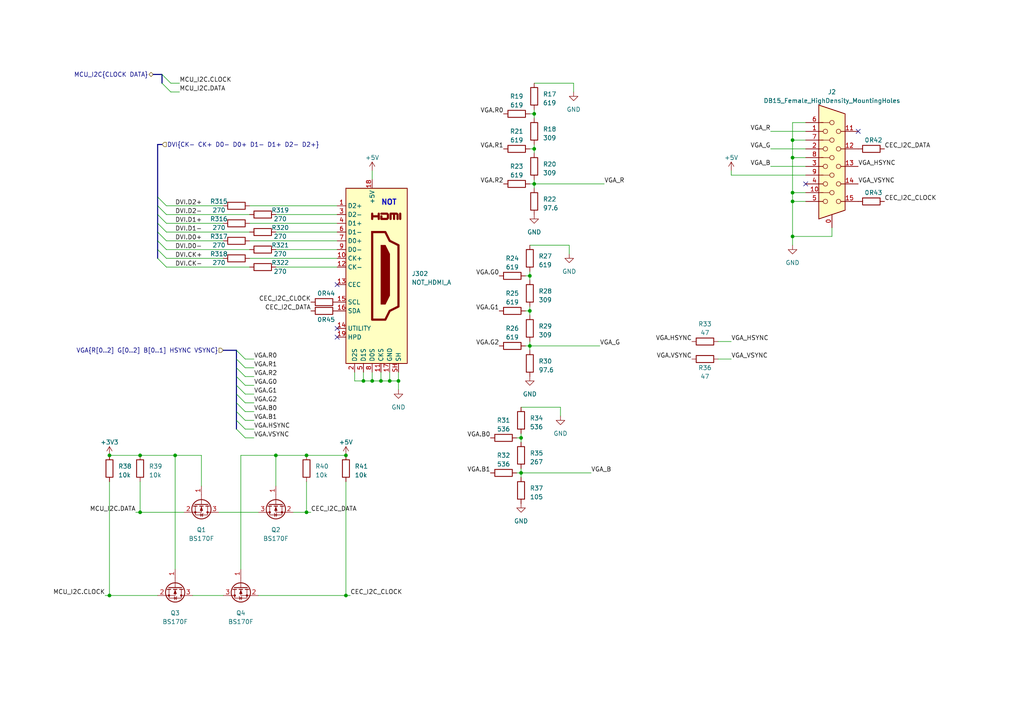
<source format=kicad_sch>
(kicad_sch (version 20221206) (generator eeschema)
  (paper "A4")
  (lib_symbols
    (symbol "+5V_1" (power) (pin_names (offset 0))
      (property "Value" "+5V_1" (at 0 3.556 0))
      (symbol "+5V_1_0_1"
        (polyline (pts (xy -0.762 1.27) (xy 0 2.54)))
        (polyline (pts (xy 0 0) (xy 0 2.54)))
        (polyline (pts (xy 0 2.54) (xy 0.762 1.27)))
      )
      (symbol "+5V_1_1_1"
        (pin power_in line (at 0 0 90) (length 0) hide (name "+5V") (number "1"))
      )
    )
    (symbol "+5V_2" (power) (pin_names (offset 0))
      (property "Value" "+5V_2" (at 0 3.556 0))
      (symbol "+5V_2_0_1"
        (polyline (pts (xy -0.762 1.27) (xy 0 2.54)))
        (polyline (pts (xy 0 0) (xy 0 2.54)))
        (polyline (pts (xy 0 2.54) (xy 0.762 1.27)))
      )
      (symbol "+5V_2_1_1"
        (pin power_in line (at 0 0 90) (length 0) hide (name "+5V") (number "1"))
      )
    )
    (symbol "Connector:DB15_Female_HighDensity_MountingHoles" (pin_names (offset 1.016) hide)
      (property "Reference" "J" (at 0 21.59 0))
      (property "Value" "DB15_Female_HighDensity_MountingHoles" (at 0 19.05 0))
      (symbol "DB15_Female_HighDensity_MountingHoles_0_1"
        (circle (center -1.905 -10.16) (radius 0.635))
        (circle (center -1.905 -5.08) (radius 0.635))
        (circle (center -1.905 0) (radius 0.635))
        (circle (center -1.905 5.08) (radius 0.635))
        (circle (center -1.905 10.16) (radius 0.635))
        (circle (center 0 -7.62) (radius 0.635))
        (circle (center 0 -2.54) (radius 0.635))
        (polyline (pts (xy -3.175 7.62) (xy -0.635 7.62)))
        (polyline (pts (xy -0.635 -7.62) (xy -3.175 -7.62)))
        (polyline (pts (xy -0.635 -2.54) (xy -3.175 -2.54)))
        (polyline (pts (xy -0.635 2.54) (xy -3.175 2.54)))
        (polyline (pts (xy -0.635 12.7) (xy -3.175 12.7)))
        (polyline (pts (xy -3.81 17.78) (xy -3.81 -15.24) (xy 3.81 -12.7) (xy 3.81 15.24) (xy -3.81 17.78)) (stroke (width 0.254)) (fill (type background)))
        (circle (center 0 2.54) (radius 0.635))
        (circle (center 0 7.62) (radius 0.635))
        (circle (center 0 12.7) (radius 0.635))
        (circle (center 1.905 -10.16) (radius 0.635))
        (circle (center 1.905 -5.08) (radius 0.635))
        (circle (center 1.905 0) (radius 0.635))
        (circle (center 1.905 5.08) (radius 0.635))
        (circle (center 1.905 10.16) (radius 0.635))
      )
      (symbol "DB15_Female_HighDensity_MountingHoles_1_1"
        (pin passive line (at 0 -17.78 90) (length 3.81) (name "~") (number "0"))
        (pin passive line (at -7.62 10.16 0) (length 5.08) (name "~") (number "1"))
        (pin passive line (at -7.62 -7.62 0) (length 5.08) (name "~") (number "10"))
        (pin passive line (at 7.62 10.16 180) (length 5.08) (name "~") (number "11"))
        (pin passive line (at 7.62 5.08 180) (length 5.08) (name "~") (number "12"))
        (pin passive line (at 7.62 0 180) (length 5.08) (name "~") (number "13"))
        (pin passive line (at 7.62 -5.08 180) (length 5.08) (name "~") (number "14"))
        (pin passive line (at 7.62 -10.16 180) (length 5.08) (name "~") (number "15"))
        (pin passive line (at -7.62 5.08 0) (length 5.08) (name "~") (number "2"))
        (pin passive line (at -7.62 0 0) (length 5.08) (name "~") (number "3"))
        (pin passive line (at -7.62 -5.08 0) (length 5.08) (name "~") (number "4"))
        (pin passive line (at -7.62 -10.16 0) (length 5.08) (name "~") (number "5"))
        (pin passive line (at -7.62 12.7 0) (length 5.08) (name "~") (number "6"))
        (pin passive line (at -7.62 7.62 0) (length 5.08) (name "~") (number "7"))
        (pin passive line (at -7.62 2.54 0) (length 5.08) (name "~") (number "8"))
        (pin passive line (at -7.62 -2.54 0) (length 5.08) (name "~") (number "9"))
      )
    )
    (symbol "Connector:HDMI_A"
      (property "Reference" "J" (at -6.35 26.67 0))
      (property "Value" "HDMI_A" (at 10.16 26.67 0))
      (symbol "HDMI_A_0_0"
        (polyline (pts (xy 8.128 16.51) (xy 8.128 18.034)) (stroke (width 0.635)))
        (polyline (pts (xy 0 16.51) (xy 0 18.034) (xy 0 17.272) (xy 1.905 17.272) (xy 1.905 18.034) (xy 1.905 16.51)) (stroke (width 0.635)))
        (polyline (pts (xy 2.667 18.034) (xy 4.318 18.034) (xy 4.572 17.78) (xy 4.572 16.764) (xy 4.318 16.51) (xy 2.667 16.51) (xy 2.667 17.272)) (stroke (width 0.635)))
      )
      (symbol "HDMI_A_0_1"
        (rectangle (start -7.62 25.4) (end 10.16 -25.4) (stroke (width 0.254)) (fill (type background)))
        (polyline (pts (xy 2.54 8.89) (xy 3.81 8.89) (xy 5.08 6.35) (xy 5.08 -5.715) (xy 3.81 -8.255) (xy 2.54 -8.255) (xy 2.54 8.89)) (fill (type outline)))
        (polyline (pts (xy 5.334 16.51) (xy 5.334 18.034) (xy 6.35 18.034) (xy 6.35 16.51) (xy 6.35 18.034) (xy 7.112 18.034) (xy 7.366 17.78) (xy 7.366 16.51)) (stroke (width 0.635)))
        (polyline (pts (xy 0 12.7) (xy 0 -12.7) (xy 3.81 -12.7) (xy 5.08 -10.16) (xy 7.62 -8.89) (xy 7.62 8.89) (xy 5.08 10.16) (xy 3.81 12.7) (xy 0 12.7)) (stroke (width 0.635)))
      )
      (symbol "HDMI_A_1_1"
        (pin passive line (at -10.16 20.32 0) (length 2.54) (name "D2+") (number "1"))
        (pin passive line (at -10.16 5.08 0) (length 2.54) (name "CK+") (number "10"))
        (pin power_in line (at 2.54 -27.94 90) (length 2.54) (name "CKS") (number "11"))
        (pin passive line (at -10.16 2.54 0) (length 2.54) (name "CK-") (number "12"))
        (pin bidirectional line (at -10.16 -2.54 0) (length 2.54) (name "CEC") (number "13"))
        (pin passive line (at -10.16 -15.24 0) (length 2.54) (name "UTILITY") (number "14"))
        (pin passive line (at -10.16 -7.62 0) (length 2.54) (name "SCL") (number "15"))
        (pin bidirectional line (at -10.16 -10.16 0) (length 2.54) (name "SDA") (number "16"))
        (pin power_in line (at 5.08 -27.94 90) (length 2.54) (name "GND") (number "17"))
        (pin power_in line (at 0 27.94 270) (length 2.54) (name "+5V") (number "18"))
        (pin passive line (at -10.16 -17.78 0) (length 2.54) (name "HPD") (number "19"))
        (pin power_in line (at -5.08 -27.94 90) (length 2.54) (name "D2S") (number "2"))
        (pin passive line (at -10.16 17.78 0) (length 2.54) (name "D2-") (number "3"))
        (pin passive line (at -10.16 15.24 0) (length 2.54) (name "D1+") (number "4"))
        (pin power_in line (at -2.54 -27.94 90) (length 2.54) (name "D1S") (number "5"))
        (pin passive line (at -10.16 12.7 0) (length 2.54) (name "D1-") (number "6"))
        (pin passive line (at -10.16 10.16 0) (length 2.54) (name "D0+") (number "7"))
        (pin power_in line (at 0 -27.94 90) (length 2.54) (name "D0S") (number "8"))
        (pin passive line (at -10.16 7.62 0) (length 2.54) (name "D0-") (number "9"))
        (pin passive line (at 7.62 -27.94 90) (length 2.54) (name "SH") (number "SH"))
      )
    )
    (symbol "Device:R" (pin_numbers hide) (pin_names (offset 0))
      (property "Reference" "R" (at 2.032 0 90))
      (property "Value" "R" (at 0 0 90))
      (symbol "R_0_1"
        (rectangle (start -1.016 -2.54) (end 1.016 2.54) (stroke (width 0.254)))
      )
      (symbol "R_1_1"
        (pin passive line (at 0 3.81 270) (length 1.27) (name "~") (number "1"))
        (pin passive line (at 0 -3.81 90) (length 1.27) (name "~") (number "2"))
      )
    )
    (symbol "GND_1" (power) (pin_names (offset 0))
      (property "Value" "GND_1" (at 0 -3.81 0))
      (symbol "GND_1_0_1"
        (polyline (pts (xy 0 0) (xy 0 -1.27) (xy 1.27 -1.27) (xy 0 -2.54) (xy -1.27 -1.27) (xy 0 -1.27)))
      )
      (symbol "GND_1_1_1"
        (pin power_in line (at 0 0 270) (length 0) hide (name "GND") (number "1"))
      )
    )
    (symbol "Transistor_FET:BS170F" (pin_names hide)
      (property "Reference" "Q" (at 5.08 1.905 0))
      (property "Value" "BS170F" (at 5.08 0 0))
      (symbol "BS170F_0_1"
        (polyline (pts (xy 0.254 0) (xy -2.54 0)))
        (polyline (pts (xy 0.254 1.905) (xy 0.254 -1.905)) (stroke (width 0.254)))
        (polyline (pts (xy 0.762 -1.27) (xy 0.762 -2.286)) (stroke (width 0.254)))
        (polyline (pts (xy 0.762 0.508) (xy 0.762 -0.508)) (stroke (width 0.254)))
        (polyline (pts (xy 0.762 2.286) (xy 0.762 1.27)) (stroke (width 0.254)))
        (polyline (pts (xy 2.54 2.54) (xy 2.54 1.778)))
        (polyline (pts (xy 2.54 -2.54) (xy 2.54 0) (xy 0.762 0)))
        (polyline (pts (xy 0.762 -1.778) (xy 3.302 -1.778) (xy 3.302 1.778) (xy 0.762 1.778)))
        (polyline (pts (xy 1.016 0) (xy 2.032 0.381) (xy 2.032 -0.381) (xy 1.016 0)) (fill (type outline)))
        (polyline (pts (xy 2.794 0.508) (xy 2.921 0.381) (xy 3.683 0.381) (xy 3.81 0.254)))
        (polyline (pts (xy 3.302 0.381) (xy 2.921 -0.254) (xy 3.683 -0.254) (xy 3.302 0.381)))
        (circle (center 1.651 0) (radius 2.794) (stroke (width 0.254)))
        (circle (center 2.54 -1.778) (radius 0.254) (fill (type outline)))
        (circle (center 2.54 1.778) (radius 0.254) (fill (type outline)))
      )
      (symbol "BS170F_1_1"
        (pin input line (at -5.08 0 0) (length 2.54) (name "G") (number "1"))
        (pin passive line (at 2.54 -5.08 90) (length 2.54) (name "S") (number "2"))
        (pin passive line (at 2.54 5.08 270) (length 2.54) (name "D") (number "3"))
      )
    )
    (symbol "power:+3V3" (power) (pin_names (offset 0))
      (property "Value" "+3V3" (at 0 3.556 0))
      (symbol "+3V3_0_1"
        (polyline (pts (xy -0.762 1.27) (xy 0 2.54)))
        (polyline (pts (xy 0 0) (xy 0 2.54)))
        (polyline (pts (xy 0 2.54) (xy 0.762 1.27)))
      )
      (symbol "+3V3_1_1"
        (pin power_in line (at 0 0 90) (length 0) hide (name "+3V3") (number "1"))
      )
    )
    (symbol "power:+5V" (power) (pin_names (offset 0))
      (property "Value" "+5V" (at 0 3.556 0))
      (symbol "+5V_0_1"
        (polyline (pts (xy -0.762 1.27) (xy 0 2.54)))
        (polyline (pts (xy 0 0) (xy 0 2.54)))
        (polyline (pts (xy 0 2.54) (xy 0.762 1.27)))
      )
      (symbol "+5V_1_1"
        (pin power_in line (at 0 0 90) (length 0) hide (name "+5V") (number "1"))
      )
    )
    (symbol "power:GND" (power) (pin_names (offset 0))
      (property "Value" "GND" (at 0 -3.81 0))
      (symbol "GND_0_1"
        (polyline (pts (xy 0 0) (xy 0 -1.27) (xy 1.27 -1.27) (xy 0 -2.54) (xy -1.27 -1.27) (xy 0 -1.27)))
      )
      (symbol "GND_1_1"
        (pin power_in line (at 0 0 270) (length 0) hide (name "GND") (number "1"))
      )
    )
  )
  (junction (at 153.67 100.33))
  (junction (at 40.64 148.59))
  (junction (at 151.13 137.16))
  (junction (at 115.57 110.49))
  (junction (at 151.13 127))
  (junction (at 154.94 33.02))
  (junction (at 100.33 172.72))
  (junction (at 153.67 80.01))
  (junction (at 154.94 53.34))
  (junction (at 105.41 110.49))
  (junction (at 88.9 132.08))
  (junction (at 229.87 58.42))
  (junction (at 80.01 132.08))
  (junction (at 113.03 110.49))
  (junction (at 153.67 90.17))
  (junction (at 110.49 110.49))
  (junction (at 154.94 43.18))
  (junction (at 229.87 45.72))
  (junction (at 229.87 40.64))
  (junction (at 107.95 110.49))
  (junction (at 100.33 132.08))
  (junction (at 50.8 132.08))
  (junction (at 229.87 68.58))
  (junction (at 229.87 55.88))
  (junction (at 40.64 132.08))
  (junction (at 31.75 172.72))
  (junction (at 31.75 132.08))
  (junction (at 88.9 148.59))
  (no_connect (at 97.79 95.25))
  (no_connect (at 233.68 53.34))
  (no_connect (at 248.92 38.1))
  (no_connect (at 97.79 82.55))
  (no_connect (at 97.79 97.79))
  (bus_entry (at 48.26 74.93) (size -2.54 -2.54))
  (bus_entry (at 48.26 62.23) (size -2.54 -2.54))
  (bus_entry (at 46.99 21.59) (size 2.54 2.54))
  (bus_entry (at 68.58 119.38) (size 2.54 2.54))
  (bus_entry (at 68.58 106.68) (size 2.54 2.54))
  (bus_entry (at 68.58 104.14) (size 2.54 2.54))
  (bus_entry (at 68.58 114.3) (size 2.54 2.54))
  (bus_entry (at 48.26 77.47) (size -2.54 -2.54))
  (bus_entry (at 48.26 59.69) (size -2.54 -2.54))
  (bus_entry (at 68.58 124.46) (size 2.54 2.54))
  (bus_entry (at 68.58 116.84) (size 2.54 2.54))
  (bus_entry (at 48.26 67.31) (size -2.54 -2.54))
  (bus_entry (at 68.58 121.92) (size 2.54 2.54))
  (bus_entry (at 68.58 111.76) (size 2.54 2.54))
  (bus_entry (at 46.99 24.13) (size 2.54 2.54))
  (bus_entry (at 68.58 109.22) (size 2.54 2.54))
  (bus_entry (at 48.26 69.85) (size -2.54 -2.54))
  (bus_entry (at 48.26 72.39) (size -2.54 -2.54))
  (bus_entry (at 68.58 101.6) (size 2.54 2.54))
  (bus_entry (at 48.26 64.77) (size -2.54 -2.54))
  (wire (pts (xy 71.12 124.46) (xy 73.66 124.46)))
  (bus (pts (xy 45.72 41.91) (xy 45.72 57.15)))
  (wire (pts (xy 48.26 59.69) (xy 64.77 59.69)))
  (wire (pts (xy 115.57 110.49) (xy 115.57 113.03)))
  (wire (pts (xy 40.64 132.08) (xy 50.8 132.08)))
  (wire (pts (xy 63.5 148.59) (xy 74.93 148.59)))
  (wire (pts (xy 223.52 43.18) (xy 233.68 43.18)))
  (wire (pts (xy 110.49 110.49) (xy 113.03 110.49)))
  (wire (pts (xy 71.12 104.14) (xy 73.66 104.14)))
  (wire (pts (xy 80.01 62.23) (xy 97.79 62.23)))
  (wire (pts (xy 71.12 111.76) (xy 73.66 111.76)))
  (wire (pts (xy 40.64 139.7) (xy 40.64 148.59)))
  (wire (pts (xy 88.9 148.59) (xy 90.17 148.59)))
  (wire (pts (xy 88.9 139.7) (xy 88.9 148.59)))
  (wire (pts (xy 49.53 26.67) (xy 52.07 26.67)))
  (bus (pts (xy 45.72 72.39) (xy 45.72 74.93)))
  (wire (pts (xy 151.13 137.16) (xy 171.45 137.16)))
  (wire (pts (xy 31.75 172.72) (xy 45.72 172.72)))
  (wire (pts (xy 31.75 139.7) (xy 31.75 172.72)))
  (wire (pts (xy 48.26 67.31) (xy 72.39 67.31)))
  (bus (pts (xy 68.58 121.92) (xy 68.58 124.46)))
  (wire (pts (xy 212.09 50.8) (xy 233.68 50.8)))
  (wire (pts (xy 229.87 40.64) (xy 229.87 45.72)))
  (wire (pts (xy 153.67 88.9) (xy 153.67 90.17)))
  (wire (pts (xy 153.67 99.06) (xy 153.67 100.33)))
  (wire (pts (xy 154.94 52.07) (xy 154.94 53.34)))
  (wire (pts (xy 48.26 72.39) (xy 72.39 72.39)))
  (wire (pts (xy 102.87 107.95) (xy 102.87 110.49)))
  (wire (pts (xy 149.86 137.16) (xy 151.13 137.16)))
  (wire (pts (xy 100.33 139.7) (xy 100.33 172.72)))
  (wire (pts (xy 233.68 45.72) (xy 229.87 45.72)))
  (wire (pts (xy 72.39 69.85) (xy 97.79 69.85)))
  (wire (pts (xy 80.01 140.97) (xy 80.01 132.08)))
  (wire (pts (xy 153.67 100.33) (xy 173.99 100.33)))
  (wire (pts (xy 115.57 107.95) (xy 115.57 110.49)))
  (wire (pts (xy 208.28 99.06) (xy 212.09 99.06)))
  (wire (pts (xy 100.33 172.72) (xy 101.6 172.72)))
  (wire (pts (xy 165.1 71.12) (xy 165.1 73.66)))
  (wire (pts (xy 241.3 66.04) (xy 241.3 68.58)))
  (wire (pts (xy 229.87 45.72) (xy 229.87 55.88)))
  (bus (pts (xy 68.58 101.6) (xy 68.58 104.14)))
  (wire (pts (xy 152.4 90.17) (xy 153.67 90.17)))
  (wire (pts (xy 229.87 68.58) (xy 229.87 71.12)))
  (wire (pts (xy 48.26 62.23) (xy 72.39 62.23)))
  (wire (pts (xy 72.39 59.69) (xy 97.79 59.69)))
  (wire (pts (xy 166.37 24.13) (xy 166.37 26.67)))
  (wire (pts (xy 212.09 49.53) (xy 212.09 50.8)))
  (wire (pts (xy 229.87 55.88) (xy 229.87 58.42)))
  (wire (pts (xy 48.26 64.77) (xy 64.77 64.77)))
  (bus (pts (xy 68.58 109.22) (xy 68.58 111.76)))
  (wire (pts (xy 151.13 127) (xy 149.86 127)))
  (wire (pts (xy 153.67 90.17) (xy 153.67 91.44)))
  (wire (pts (xy 80.01 132.08) (xy 88.9 132.08)))
  (wire (pts (xy 223.52 38.1) (xy 233.68 38.1)))
  (wire (pts (xy 154.94 24.13) (xy 166.37 24.13)))
  (wire (pts (xy 48.26 74.93) (xy 64.77 74.93)))
  (wire (pts (xy 162.56 118.11) (xy 162.56 120.65)))
  (bus (pts (xy 68.58 106.68) (xy 68.58 109.22)))
  (wire (pts (xy 107.95 107.95) (xy 107.95 110.49)))
  (wire (pts (xy 233.68 35.56) (xy 229.87 35.56)))
  (bus (pts (xy 45.72 67.31) (xy 45.72 64.77)))
  (bus (pts (xy 45.72 59.69) (xy 45.72 57.15)))
  (wire (pts (xy 154.94 33.02) (xy 153.67 33.02)))
  (wire (pts (xy 88.9 132.08) (xy 100.33 132.08)))
  (wire (pts (xy 154.94 31.75) (xy 154.94 33.02)))
  (bus (pts (xy 68.58 104.14) (xy 68.58 106.68)))
  (wire (pts (xy 30.48 172.72) (xy 31.75 172.72)))
  (wire (pts (xy 107.95 110.49) (xy 110.49 110.49)))
  (wire (pts (xy 208.28 104.14) (xy 212.09 104.14)))
  (wire (pts (xy 154.94 41.91) (xy 154.94 43.18)))
  (wire (pts (xy 233.68 40.64) (xy 229.87 40.64)))
  (wire (pts (xy 69.85 132.08) (xy 80.01 132.08)))
  (wire (pts (xy 31.75 132.08) (xy 40.64 132.08)))
  (wire (pts (xy 71.12 127) (xy 73.66 127)))
  (wire (pts (xy 151.13 125.73) (xy 151.13 127)))
  (bus (pts (xy 45.72 72.39) (xy 45.72 69.85)))
  (wire (pts (xy 88.9 148.59) (xy 85.09 148.59)))
  (wire (pts (xy 71.12 109.22) (xy 73.66 109.22)))
  (bus (pts (xy 44.45 21.59) (xy 46.99 21.59)))
  (wire (pts (xy 55.88 172.72) (xy 64.77 172.72)))
  (wire (pts (xy 80.01 67.31) (xy 97.79 67.31)))
  (wire (pts (xy 100.33 172.72) (xy 74.93 172.72)))
  (wire (pts (xy 153.67 80.01) (xy 153.67 81.28)))
  (bus (pts (xy 64.77 101.6) (xy 68.58 101.6)))
  (wire (pts (xy 105.41 107.95) (xy 105.41 110.49)))
  (bus (pts (xy 68.58 119.38) (xy 68.58 121.92)))
  (wire (pts (xy 153.67 100.33) (xy 153.67 101.6)))
  (wire (pts (xy 71.12 121.92) (xy 73.66 121.92)))
  (wire (pts (xy 154.94 53.34) (xy 154.94 54.61)))
  (wire (pts (xy 69.85 165.1) (xy 69.85 132.08)))
  (wire (pts (xy 58.42 132.08) (xy 58.42 140.97)))
  (bus (pts (xy 45.72 62.23) (xy 45.72 59.69)))
  (wire (pts (xy 71.12 106.68) (xy 73.66 106.68)))
  (wire (pts (xy 229.87 68.58) (xy 229.87 58.42)))
  (wire (pts (xy 80.01 77.47) (xy 97.79 77.47)))
  (bus (pts (xy 68.58 114.3) (xy 68.58 116.84)))
  (wire (pts (xy 107.95 49.53) (xy 107.95 52.07)))
  (wire (pts (xy 153.67 80.01) (xy 152.4 80.01)))
  (wire (pts (xy 71.12 114.3) (xy 73.66 114.3)))
  (wire (pts (xy 71.12 119.38) (xy 73.66 119.38)))
  (bus (pts (xy 45.72 69.85) (xy 45.72 67.31)))
  (wire (pts (xy 153.67 71.12) (xy 165.1 71.12)))
  (wire (pts (xy 153.67 78.74) (xy 153.67 80.01)))
  (wire (pts (xy 50.8 132.08) (xy 58.42 132.08)))
  (bus (pts (xy 68.58 111.76) (xy 68.58 114.3)))
  (wire (pts (xy 152.4 100.33) (xy 153.67 100.33)))
  (wire (pts (xy 40.64 148.59) (xy 53.34 148.59)))
  (wire (pts (xy 80.01 72.39) (xy 97.79 72.39)))
  (wire (pts (xy 154.94 43.18) (xy 154.94 44.45)))
  (wire (pts (xy 39.37 148.59) (xy 40.64 148.59)))
  (wire (pts (xy 72.39 64.77) (xy 97.79 64.77)))
  (wire (pts (xy 229.87 35.56) (xy 229.87 40.64)))
  (wire (pts (xy 50.8 165.1) (xy 50.8 132.08)))
  (wire (pts (xy 72.39 74.93) (xy 97.79 74.93)))
  (wire (pts (xy 105.41 110.49) (xy 107.95 110.49)))
  (bus (pts (xy 45.72 64.77) (xy 45.72 62.23)))
  (wire (pts (xy 233.68 55.88) (xy 229.87 55.88)))
  (wire (pts (xy 113.03 107.95) (xy 113.03 110.49)))
  (wire (pts (xy 71.12 116.84) (xy 73.66 116.84)))
  (wire (pts (xy 153.67 43.18) (xy 154.94 43.18)))
  (wire (pts (xy 48.26 69.85) (xy 64.77 69.85)))
  (wire (pts (xy 151.13 127) (xy 151.13 128.27)))
  (wire (pts (xy 113.03 110.49) (xy 115.57 110.49)))
  (bus (pts (xy 45.72 41.91) (xy 46.99 41.91)))
  (wire (pts (xy 229.87 58.42) (xy 233.68 58.42)))
  (wire (pts (xy 153.67 53.34) (xy 154.94 53.34)))
  (wire (pts (xy 151.13 118.11) (xy 162.56 118.11)))
  (wire (pts (xy 223.52 48.26) (xy 233.68 48.26)))
  (wire (pts (xy 154.94 33.02) (xy 154.94 34.29)))
  (bus (pts (xy 46.99 21.59) (xy 46.99 24.13)))
  (bus (pts (xy 68.58 116.84) (xy 68.58 119.38)))
  (wire (pts (xy 241.3 68.58) (xy 229.87 68.58)))
  (wire (pts (xy 151.13 135.89) (xy 151.13 137.16)))
  (wire (pts (xy 48.26 77.47) (xy 72.39 77.47)))
  (wire (pts (xy 49.53 24.13) (xy 52.07 24.13)))
  (wire (pts (xy 110.49 107.95) (xy 110.49 110.49)))
  (wire (pts (xy 151.13 137.16) (xy 151.13 138.43)))
  (wire (pts (xy 154.94 53.34) (xy 175.26 53.34)))
  (wire (pts (xy 102.87 110.49) (xy 105.41 110.49)))
  (text "NOT" (at 110.49 59.69 0) (effects (font (size 1.5 1.5) (thickness 0.3) bold) (justify left bottom)))
  (label "VGA_R" (at 223.52 38.1 180))
  (label "VGA.B0" (at 73.66 119.38 0))
  (label "VGA.R1" (at 146.05 43.18 180))
  (label "VGA.G0" (at 73.66 111.76 0))
  (label "VGA.B0" (at 142.24 127 180))
  (label "CEC_I2C_CLOCK" (at 90.17 87.63 180))
  (label "DVI.CK-" (at 50.8 77.47 0))
  (label "DVI.CK+" (at 50.8 74.93 0))
  (label "VGA.HSYNC" (at 73.66 124.46 0))
  (label "VGA_R" (at 175.26 53.34 0))
  (label "VGA.HSYNC" (at 200.66 99.06 180))
  (label "VGA.G1" (at 73.66 114.3 0))
  (label "MCU_I2C.DATA" (at 39.37 148.59 180))
  (label "CEC_I2C_CLOCK" (at 256.54 58.42 0))
  (label "VGA.R2" (at 146.05 53.34 180))
  (label "VGA_G" (at 223.52 43.18 180))
  (label "MCU_I2C.CLOCK" (at 30.48 172.72 180))
  (label "DVI.D1+" (at 50.8 64.77 0))
  (label "VGA.G2" (at 73.66 116.84 0))
  (label "VGA.B1" (at 142.24 137.16 180))
  (label "CEC_I2C_DATA" (at 90.17 148.59 0))
  (label "VGA.R0" (at 73.66 104.14 0))
  (label "VGA.R0" (at 146.05 33.02 180))
  (label "VGA.VSYNC" (at 73.66 127 0))
  (label "VGA_HSYNC" (at 212.09 99.06 0))
  (label "DVI.D1-" (at 50.8 67.31 0))
  (label "VGA.R2" (at 73.66 109.22 0))
  (label "VGA_G" (at 173.99 100.33 0))
  (label "CEC_I2C_CLOCK" (at 101.6 172.72 0))
  (label "VGA.R1" (at 73.66 106.68 0))
  (label "MCU_I2C.CLOCK" (at 52.07 24.13 0))
  (label "VGA.B1" (at 73.66 121.92 0))
  (label "VGA_B" (at 171.45 137.16 0))
  (label "DVI.D2+" (at 50.8 59.69 0))
  (label "VGA_HSYNC" (at 248.92 48.26 0))
  (label "VGA.G1" (at 144.78 90.17 180))
  (label "VGA_VSYNC" (at 248.92 53.34 0))
  (label "VGA.VSYNC" (at 200.66 104.14 180))
  (label "VGA.G2" (at 144.78 100.33 180))
  (label "DVI.D0-" (at 50.8 72.39 0))
  (label "CEC_I2C_DATA" (at 90.17 90.17 180))
  (label "VGA_B" (at 223.52 48.26 180))
  (label "CEC_I2C_DATA" (at 256.54 43.18 0))
  (label "MCU_I2C.DATA" (at 52.07 26.67 0))
  (label "VGA_VSYNC" (at 212.09 104.14 0))
  (label "DVI.D2-" (at 50.8 62.23 0))
  (label "VGA.G0" (at 144.78 80.01 180))
  (label "DVI.D0+" (at 50.8 69.85 0))
  (hierarchical_label "DVI{CK- CK+ D0- D0+ D1- D1+ D2- D2+}" (shape input) (at 46.99 41.91 0))
  (hierarchical_label "MCU_I2C{CLOCK DATA}" (shape bidirectional) (at 44.45 21.59 180))
  (hierarchical_label "VGA{R[0..2] G[0..2] B[0..1] HSYNC VSYNC}" (shape input) (at 64.77 101.6 180))
  (symbol (lib_id "Device:R") (at 149.86 33.02 90) (unit 1)
    (property "Reference" "R19" (at 149.86 27.94 90))
    (property "Value" "619" (at 149.86 30.48 90))
    (property "Footprint" "Resistor_SMD:R_0603_1608Metric_Pad0.98x0.95mm_HandSolder" (effects hide))
  )
  (symbol (lib_id "Device:R") (at 76.2 62.23 90) (unit 1)
    (property "Reference" "R319" (at 81.28 60.96 90))
    (property "Value" "270" (at 81.28 63.5 90))
    (property "Footprint" "Resistor_SMD:R_0402_1005Metric_Pad0.72x0.64mm_HandSolder" (effects hide))
  )
  (symbol (lib_id "Device:R") (at 153.67 74.93 0) (unit 1)
    (property "Reference" "R27" (at 156.21 74.295 0) (effects (justify left)))
    (property "Value" "619" (at 156.21 76.835 0) (effects (justify left)))
    (property "Footprint" "Resistor_SMD:R_0603_1608Metric_Pad0.98x0.95mm_HandSolder" (effects hide))
  )
  (symbol (lib_id "Device:R") (at 149.86 43.18 90) (unit 1)
    (property "Reference" "R21" (at 149.86 38.1 90))
    (property "Value" "619" (at 149.86 40.64 90))
    (property "Footprint" "Resistor_SMD:R_0603_1608Metric_Pad0.98x0.95mm_HandSolder" (effects hide))
  )
  (symbol (lib_id "Device:R") (at 68.58 69.85 90) (unit 1)
    (property "Reference" "R317" (at 63.5 68.58 90))
    (property "Value" "270" (at 63.5 71.12 90))
    (property "Footprint" "Resistor_SMD:R_0402_1005Metric_Pad0.72x0.64mm_HandSolder" (effects hide))
  )
  (symbol (lib_id "Device:R") (at 153.67 85.09 0) (unit 1)
    (property "Reference" "R28" (at 156.21 84.455 0) (effects (justify left)))
    (property "Value" "309" (at 156.21 86.995 0) (effects (justify left)))
    (property "Footprint" "Resistor_SMD:R_0603_1608Metric_Pad0.98x0.95mm_HandSolder" (effects hide))
  )
  (symbol (lib_id "Device:R") (at 148.59 100.33 90) (unit 1)
    (property "Reference" "R26" (at 148.59 95.25 90))
    (property "Value" "619" (at 148.59 97.79 90))
    (property "Footprint" "Resistor_SMD:R_0603_1608Metric_Pad0.98x0.95mm_HandSolder" (effects hide))
  )
  (symbol (lib_id "Device:R") (at 100.33 135.89 180) (unit 1)
    (property "Reference" "R41" (at 102.87 135.255 0) (effects (justify right)))
    (property "Value" "10k" (at 102.87 137.795 0) (effects (justify right)))
    (property "Footprint" "Resistor_SMD:R_0603_1608Metric_Pad0.98x0.95mm_HandSolder" (effects hide))
  )
  (symbol (lib_id "Device:R") (at 252.73 43.18 270) (unit 1)
    (property "Reference" "R42" (at 254 40.64 90))
    (property "Value" "0" (at 251.46 40.64 90))
    (property "Footprint" "Resistor_SMD:R_0402_1005Metric_Pad0.72x0.64mm_HandSolder" (effects hide))
  )
  (symbol (lib_id "Device:R") (at 93.98 90.17 270) (unit 1)
    (property "Reference" "R45" (at 95.25 92.71 90))
    (property "Value" "0" (at 92.71 92.71 90))
    (property "Footprint" "Resistor_SMD:R_0402_1005Metric_Pad0.72x0.64mm_HandSolder" (effects hide))
  )
  (symbol (lib_id "Device:R") (at 153.67 105.41 0) (unit 1)
    (property "Reference" "R30" (at 156.21 104.775 0) (effects (justify left)))
    (property "Value" "97.6" (at 156.21 107.315 0) (effects (justify left)))
    (property "Footprint" "Resistor_SMD:R_0603_1608Metric_Pad0.98x0.95mm_HandSolder" (effects hide))
  )
  (symbol (lib_id "Connector:HDMI_A") (at 107.95 80.01 0) (unit 1)
    (property "Reference" "J302" (at 119.38 79.375 0) (effects (justify left)))
    (property "Value" "NOT_HDMI_A" (at 119.38 81.915 0) (effects (justify left)))
    (property "Footprint" "Connector_HDMI:HDMI_A_Molex_208658-1001_Horizontal" (effects hide))
    (property "Datasheet" "https://en.wikipedia.org/wiki/HDMI" (effects hide))
  )
  (symbol (lib_id "Device:R") (at 148.59 90.17 90) (unit 1)
    (property "Reference" "R25" (at 148.59 85.09 90))
    (property "Value" "619" (at 148.59 87.63 90))
    (property "Footprint" "Resistor_SMD:R_0603_1608Metric_Pad0.98x0.95mm_HandSolder" (effects hide))
  )
  (symbol (lib_id "power:GND") (at 151.13 146.05 0) (unit 1)
    (property "Reference" "#PWR0134" (effects hide))
    (property "Value" "GND" (at 151.13 151.13 0))
  )
  (symbol (lib_id "Transistor_FET:BS170F") (at 50.8 170.18 270) (unit 1)
    (property "Reference" "Q3" (at 50.8 177.8 90))
    (property "Value" "BS170F" (at 50.8 180.34 90))
    (property "Footprint" "Package_TO_SOT_SMD:SOT-23" (effects hide))
    (property "Datasheet" "http://www.diodes.com/assets/Datasheets/BS170F.pdf" (effects hide))
  )
  (symbol (lib_id "Device:R") (at 68.58 74.93 90) (unit 1)
    (property "Reference" "R318" (at 63.5 73.66 90))
    (property "Value" "270" (at 63.5 76.2 90))
    (property "Footprint" "Resistor_SMD:R_0402_1005Metric_Pad0.72x0.64mm_HandSolder" (effects hide))
  )
  (symbol (lib_id "Device:R") (at 252.73 58.42 270) (unit 1)
    (property "Reference" "R43" (at 254 55.88 90))
    (property "Value" "0" (at 251.46 55.88 90))
    (property "Footprint" "Resistor_SMD:R_0402_1005Metric_Pad0.72x0.64mm_HandSolder" (effects hide))
  )
  (symbol (lib_id "Device:R") (at 76.2 77.47 90) (unit 1)
    (property "Reference" "R322" (at 81.28 76.2 90))
    (property "Value" "270" (at 81.28 78.74 90))
    (property "Footprint" "Resistor_SMD:R_0402_1005Metric_Pad0.72x0.64mm_HandSolder" (effects hide))
  )
  (symbol (lib_id "Device:R") (at 148.59 80.01 90) (unit 1)
    (property "Reference" "R24" (at 148.59 74.93 90))
    (property "Value" "619" (at 148.59 77.47 90))
    (property "Footprint" "Resistor_SMD:R_0603_1608Metric_Pad0.98x0.95mm_HandSolder" (effects hide))
  )
  (symbol (lib_id "Transistor_FET:BS170F") (at 58.42 146.05 270) (unit 1)
    (property "Reference" "Q1" (at 58.42 153.67 90))
    (property "Value" "BS170F" (at 58.42 156.21 90))
    (property "Footprint" "Package_TO_SOT_SMD:SOT-23" (effects hide))
    (property "Datasheet" "http://www.diodes.com/assets/Datasheets/BS170F.pdf" (effects hide))
  )
  (symbol (lib_id "Device:R") (at 153.67 95.25 0) (unit 1)
    (property "Reference" "R29" (at 156.21 94.615 0) (effects (justify left)))
    (property "Value" "309" (at 156.21 97.155 0) (effects (justify left)))
    (property "Footprint" "Resistor_SMD:R_0603_1608Metric_Pad0.98x0.95mm_HandSolder" (effects hide))
  )
  (symbol (lib_id "Device:R") (at 154.94 48.26 0) (unit 1)
    (property "Reference" "R20" (at 157.48 47.625 0) (effects (justify left)))
    (property "Value" "309" (at 157.48 50.165 0) (effects (justify left)))
    (property "Footprint" "Resistor_SMD:R_0603_1608Metric_Pad0.98x0.95mm_HandSolder" (effects hide))
  )
  (symbol (lib_id "Connector:DB15_Female_HighDensity_MountingHoles") (at 241.3 48.26 0) (unit 1)
    (property "Reference" "J2" (at 241.3 26.67 0))
    (property "Value" "DB15_Female_HighDensity_MountingHoles" (at 241.3 29.21 0))
    (property "Footprint" "Connector_Dsub:DSUB-15-HD_Female_Horizontal_P2.29x1.98mm_EdgePinOffset3.03mm_Housed_MountingHolesOffset4.94mm" (effects hide))
    (property "Datasheet" " ~" (effects hide))
  )
  (symbol (lib_id "Device:R") (at 151.13 121.92 0) (unit 1)
    (property "Reference" "R34" (at 153.67 121.285 0) (effects (justify left)))
    (property "Value" "536" (at 153.67 123.825 0) (effects (justify left)))
    (property "Footprint" "Resistor_SMD:R_0603_1608Metric_Pad0.98x0.95mm_HandSolder" (effects hide))
  )
  (symbol (lib_id "Device:R") (at 68.58 59.69 90) (unit 1)
    (property "Reference" "R315" (at 63.5 58.42 90))
    (property "Value" "270" (at 63.5 60.96 90))
    (property "Footprint" "Resistor_SMD:R_0402_1005Metric_Pad0.72x0.64mm_HandSolder" (effects hide))
  )
  (symbol (lib_id "power:GND") (at 153.67 109.22 0) (unit 1)
    (property "Reference" "#PWR0132" (effects hide))
    (property "Value" "GND" (at 153.67 114.3 0))
  )
  (symbol (lib_id "Transistor_FET:BS170F") (at 69.85 170.18 90) (mirror x) (unit 1)
    (property "Reference" "Q4" (at 69.85 177.8 90))
    (property "Value" "BS170F" (at 69.85 180.34 90))
    (property "Footprint" "Package_TO_SOT_SMD:SOT-23" (effects hide))
    (property "Datasheet" "http://www.diodes.com/assets/Datasheets/BS170F.pdf" (effects hide))
  )
  (symbol (lib_id "Device:R") (at 93.98 87.63 270) (unit 1)
    (property "Reference" "R44" (at 95.25 85.09 90))
    (property "Value" "0" (at 92.71 85.09 90))
    (property "Footprint" "Resistor_SMD:R_0402_1005Metric_Pad0.72x0.64mm_HandSolder" (effects hide))
  )
  (symbol (lib_id "Device:R") (at 154.94 38.1 0) (unit 1)
    (property "Reference" "R18" (at 157.48 37.465 0) (effects (justify left)))
    (property "Value" "309" (at 157.48 40.005 0) (effects (justify left)))
    (property "Footprint" "Resistor_SMD:R_0603_1608Metric_Pad0.98x0.95mm_HandSolder" (effects hide))
  )
  (symbol (lib_id "Device:R") (at 146.05 127 90) (unit 1)
    (property "Reference" "R31" (at 146.05 121.92 90))
    (property "Value" "536" (at 146.05 124.46 90))
    (property "Footprint" "Resistor_SMD:R_0603_1608Metric_Pad0.98x0.95mm_HandSolder" (effects hide))
  )
  (symbol (lib_id "Device:R") (at 68.58 64.77 90) (unit 1)
    (property "Reference" "R316" (at 63.5 63.5 90))
    (property "Value" "270" (at 63.5 66.04 90))
    (property "Footprint" "Resistor_SMD:R_0402_1005Metric_Pad0.72x0.64mm_HandSolder" (effects hide))
  )
  (symbol (lib_id "Device:R") (at 204.47 104.14 270) (unit 1)
    (property "Reference" "R36" (at 204.47 106.68 90))
    (property "Value" "47" (at 204.47 109.22 90))
    (property "Footprint" "Resistor_SMD:R_0603_1608Metric_Pad0.98x0.95mm_HandSolder" (effects hide))
  )
  (symbol (lib_id "Device:R") (at 154.94 58.42 0) (unit 1)
    (property "Reference" "R22" (at 157.48 57.785 0) (effects (justify left)))
    (property "Value" "97.6" (at 157.48 60.325 0) (effects (justify left)))
    (property "Footprint" "Resistor_SMD:R_0603_1608Metric_Pad0.98x0.95mm_HandSolder" (effects hide))
  )
  (symbol (lib_id "power:GND") (at 166.37 26.67 0) (unit 1)
    (property "Reference" "#PWR0128" (effects hide))
    (property "Value" "GND" (at 166.37 31.75 0))
  )
  (symbol (lib_id "Device:R") (at 88.9 135.89 180) (unit 1)
    (property "Reference" "R40" (at 91.44 135.255 0) (effects (justify right)))
    (property "Value" "10k" (at 91.44 137.795 0) (effects (justify right)))
    (property "Footprint" "Resistor_SMD:R_0603_1608Metric_Pad0.98x0.95mm_HandSolder" (effects hide))
  )
  (symbol (lib_id "Device:R") (at 76.2 67.31 90) (unit 1)
    (property "Reference" "R320" (at 81.28 66.04 90))
    (property "Value" "270" (at 81.28 68.58 90))
    (property "Footprint" "Resistor_SMD:R_0402_1005Metric_Pad0.72x0.64mm_HandSolder" (effects hide))
  )
  (symbol (lib_id "power:+5V") (at 107.95 49.53 0) (unit 1)
    (property "Reference" "#PWR0118" (effects hide))
    (property "Value" "+5V" (at 107.95 45.72 0))
  )
  (symbol (lib_id "power:GND") (at 115.57 113.03 0) (unit 1)
    (property "Reference" "#PWR0111" (effects hide))
    (property "Value" "GND" (at 115.57 118.11 0))
  )
  (symbol (lib_id "Device:R") (at 76.2 72.39 90) (unit 1)
    (property "Reference" "R321" (at 81.28 71.12 90))
    (property "Value" "270" (at 81.28 73.66 90))
    (property "Footprint" "Resistor_SMD:R_0402_1005Metric_Pad0.72x0.64mm_HandSolder" (effects hide))
  )
  (symbol (lib_id "Device:R") (at 146.05 137.16 90) (unit 1)
    (property "Reference" "R32" (at 146.05 132.08 90))
    (property "Value" "536" (at 146.05 134.62 90))
    (property "Footprint" "Resistor_SMD:R_0603_1608Metric_Pad0.98x0.95mm_HandSolder" (effects hide))
  )
  (symbol (lib_id "Device:R") (at 151.13 142.24 0) (unit 1)
    (property "Reference" "R37" (at 153.67 141.605 0) (effects (justify left)))
    (property "Value" "105" (at 153.67 144.145 0) (effects (justify left)))
    (property "Footprint" "Resistor_SMD:R_0603_1608Metric_Pad0.98x0.95mm_HandSolder" (effects hide))
  )
  (symbol (lib_name "+5V_2") (lib_id "power:+5V") (at 212.09 49.53 0) (unit 1)
    (property "Reference" "#PWR0131" (effects hide))
    (property "Value" "+5V" (at 212.09 45.72 0))
  )
  (symbol (lib_id "power:GND") (at 165.1 73.66 0) (unit 1)
    (property "Reference" "#PWR0129" (effects hide))
    (property "Value" "GND" (at 165.1 78.74 0))
  )
  (symbol (lib_id "power:+3V3") (at 31.75 132.08 0) (unit 1)
    (property "Reference" "#PWR0136" (effects hide))
    (property "Value" "+3V3" (at 31.75 128.27 0))
  )
  (symbol (lib_id "power:GND") (at 154.94 62.23 0) (unit 1)
    (property "Reference" "#PWR0114" (effects hide))
    (property "Value" "GND" (at 154.94 67.31 0))
  )
  (symbol (lib_id "Device:R") (at 40.64 135.89 180) (unit 1)
    (property "Reference" "R39" (at 43.18 135.255 0) (effects (justify right)))
    (property "Value" "10k" (at 43.18 137.795 0) (effects (justify right)))
    (property "Footprint" "Resistor_SMD:R_0603_1608Metric_Pad0.98x0.95mm_HandSolder" (effects hide))
  )
  (symbol (lib_id "Device:R") (at 204.47 99.06 270) (unit 1)
    (property "Reference" "R33" (at 204.47 93.98 90))
    (property "Value" "47" (at 204.47 96.52 90))
    (property "Footprint" "Resistor_SMD:R_0603_1608Metric_Pad0.98x0.95mm_HandSolder" (effects hide))
  )
  (symbol (lib_id "power:GND") (at 162.56 120.65 0) (unit 1)
    (property "Reference" "#PWR0133" (effects hide))
    (property "Value" "GND" (at 162.56 125.73 0))
  )
  (symbol (lib_id "Device:R") (at 149.86 53.34 90) (unit 1)
    (property "Reference" "R23" (at 149.86 48.26 90))
    (property "Value" "619" (at 149.86 50.8 90))
    (property "Footprint" "Resistor_SMD:R_0603_1608Metric_Pad0.98x0.95mm_HandSolder" (effects hide))
  )
  (symbol (lib_id "Device:R") (at 31.75 135.89 180) (unit 1)
    (property "Reference" "R38" (at 34.29 135.255 0) (effects (justify right)))
    (property "Value" "10k" (at 34.29 137.795 0) (effects (justify right)))
    (property "Footprint" "Resistor_SMD:R_0603_1608Metric_Pad0.98x0.95mm_HandSolder" (effects hide))
  )
  (symbol (lib_name "GND_1") (lib_id "power:GND") (at 229.87 71.12 0) (unit 1)
    (property "Reference" "#PWR0130" (effects hide))
    (property "Value" "GND" (at 229.87 76.2 0))
  )
  (symbol (lib_id "Transistor_FET:BS170F") (at 80.01 146.05 90) (mirror x) (unit 1)
    (property "Reference" "Q2" (at 80.01 153.67 90))
    (property "Value" "BS170F" (at 80.01 156.21 90))
    (property "Footprint" "Package_TO_SOT_SMD:SOT-23" (effects hide))
    (property "Datasheet" "http://www.diodes.com/assets/Datasheets/BS170F.pdf" (effects hide))
  )
  (symbol (lib_name "+5V_1") (lib_id "power:+5V") (at 100.33 132.08 0) (unit 1)
    (property "Reference" "#PWR0135" (effects hide))
    (property "Value" "+5V" (at 100.33 128.27 0))
  )
  (symbol (lib_id "Device:R") (at 154.94 27.94 0) (unit 1)
    (property "Reference" "R17" (at 157.48 27.305 0) (effects (justify left)))
    (property "Value" "619" (at 157.48 29.845 0) (effects (justify left)))
    (property "Footprint" "Resistor_SMD:R_0603_1608Metric_Pad0.98x0.95mm_HandSolder" (effects hide))
  )
  (symbol (lib_id "Device:R") (at 151.13 132.08 0) (unit 1)
    (property "Reference" "R35" (at 153.67 131.445 0) (effects (justify left)))
    (property "Value" "267" (at 153.67 133.985 0) (effects (justify left)))
    (property "Footprint" "Resistor_SMD:R_0603_1608Metric_Pad0.98x0.95mm_HandSolder" (effects hide))
  )
)
</source>
